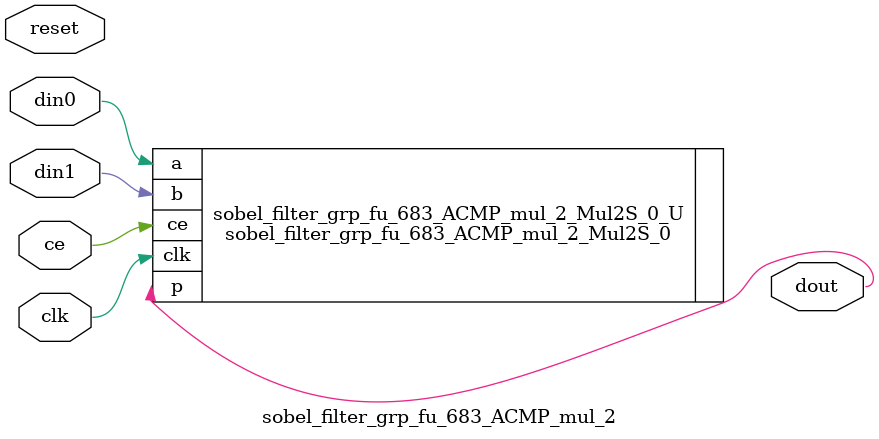
<source format=v>

`timescale 1 ns / 1 ps
module sobel_filter_grp_fu_683_ACMP_mul_2(
    clk,
    reset,
    ce,
    din0,
    din1,
    dout);

parameter ID = 32'd1;
parameter NUM_STAGE = 32'd1;
parameter din0_WIDTH = 32'd1;
parameter din1_WIDTH = 32'd1;
parameter dout_WIDTH = 32'd1;
input clk;
input reset;
input ce;
input[din0_WIDTH - 1:0] din0;
input[din1_WIDTH - 1:0] din1;
output[dout_WIDTH - 1:0] dout;



sobel_filter_grp_fu_683_ACMP_mul_2_Mul2S_0 sobel_filter_grp_fu_683_ACMP_mul_2_Mul2S_0_U(
    .clk( clk ),
    .ce( ce ),
    .a( din0 ),
    .b( din1 ),
    .p( dout ));

endmodule

</source>
